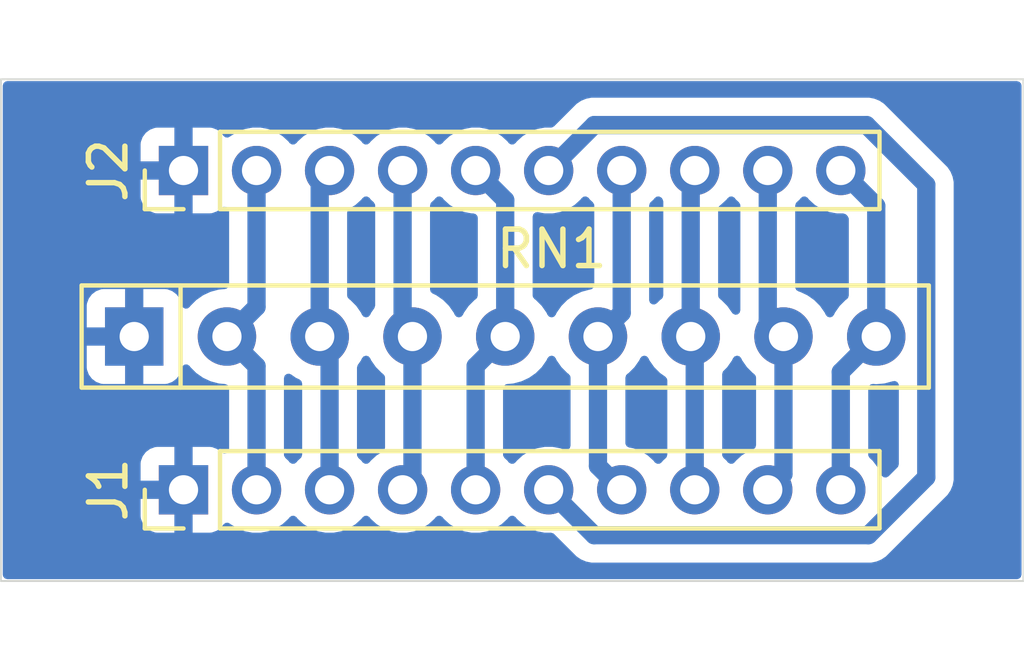
<source format=kicad_pcb>
(kicad_pcb (version 20240108) (generator "pcbnew") (generator_version "8.0")
  (layers (0 "F.Cu" signal) (31 "B.Cu" signal) (34 "B.Paste" user) (35 "F.Paste" user) (36 "B.SilkS" user "B.Silkscreen") (37 "F.SilkS" user "F.Silkscreen") (38 "B.Mask" user) (39 "F.Mask" user) (44 "Edge.Cuts" user))
  (net 0 "")
  (net 1 "+5V")
  (net 2 "/KP_Col3")
  (net 3 "/B1")
  (net 4 "/KP_Col2")
  (net 5 "/KP_Col4")
  (net 6 "/KP_Col1")
  (net 7 "/A2")
  (net 8 "/B2")
  (net 9 "/A1")
  (net 10 "/KP_Line1")
  (footprint "Resistor_THT:R_Array_SIP9" (layer "F.Cu") (at 124.4 82.8)
    (property "Reference" "RN1" (at 11.43 -2.4 0) (layer "F.SilkS"))
    (property "Value" "10k")
    (fp_line (start -1.44 -1.4) (end -1.44 1.4) (stroke (width 0.12)) (layer "F.SilkS"))
    (fp_line (start -1.44 1.4) (end 21.76 1.4) (stroke (width 0.12)) (layer "F.SilkS"))
    (fp_line (start 1.27 -1.4) (end 1.27 1.4) (stroke (width 0.12)) (layer "F.SilkS"))
    (fp_line (start 21.76 -1.4) (end -1.44 -1.4) (stroke (width 0.12)) (layer "F.SilkS"))
    (fp_line (start 21.76 1.4) (end 21.76 -1.4) (stroke (width 0.12)) (layer "F.SilkS"))
    (pad "1" thru_hole rect (at 0 0) (size 1.6 1.6) (drill 0.8) (layers "*.Cu" "*.Mask") (net 1 "+5V"))
    (pad "2" thru_hole oval (at 2.54 0) (size 1.6 1.6) (drill 0.8) (layers "*.Cu" "*.Mask") (net 6 "/KP_Col1"))
    (pad "3" thru_hole oval (at 5.08 0) (size 1.6 1.6) (drill 0.8) (layers "*.Cu" "*.Mask") (net 4 "/KP_Col2"))
    (pad "4" thru_hole oval (at 7.62 0) (size 1.6 1.6) (drill 0.8) (layers "*.Cu" "*.Mask") (net 2 "/KP_Col3"))
    (pad "5" thru_hole oval (at 10.16 0) (size 1.6 1.6) (drill 0.8) (layers "*.Cu" "*.Mask") (net 5 "/KP_Col4"))
    (pad "6" thru_hole oval (at 12.7 0) (size 1.6 1.6) (drill 0.8) (layers "*.Cu" "*.Mask") (net 3 "/B1"))
    (pad "7" thru_hole oval (at 15.24 0) (size 1.6 1.6) (drill 0.8) (layers "*.Cu" "*.Mask") (net 9 "/A1"))
    (pad "8" thru_hole oval (at 17.78 0) (size 1.6 1.6) (drill 0.8) (layers "*.Cu" "*.Mask") (net 7 "/A2"))
    (pad "9" thru_hole oval (at 20.32 0) (size 1.6 1.6) (drill 0.8) (layers "*.Cu" "*.Mask") (net 8 "/B2"))
  )
  (footprint "Connector_PinHeader_2.00mm:PinHeader_1x10_P2.00mm_Vertical" (layer "F.Cu") (at 125.75 87 90)
    (property "Reference" "J1" (at 0 -2.06 90) (layer "F.SilkS"))
    (property "Value" "Conn_01x10")
    (fp_line (start -1.06 -1.06) (end 0 -1.06) (stroke (width 0.12)) (layer "F.SilkS"))
    (fp_line (start -1.06 0) (end -1.06 -1.06) (stroke (width 0.12)) (layer "F.SilkS"))
    (fp_line (start 1.06 1) (end 1.06 19.06) (stroke (width 0.12)) (layer "F.SilkS"))
    (fp_line (start -1.06 1) (end 1.06 1) (stroke (width 0.12)) (layer "F.SilkS"))
    (fp_line (start -1.06 1) (end -1.06 19.06) (stroke (width 0.12)) (layer "F.SilkS"))
    (fp_line (start -1.06 19.06) (end 1.06 19.06) (stroke (width 0.12)) (layer "F.SilkS"))
    (pad "1" thru_hole rect (at 0 0 90) (size 1.35 1.35) (drill 0.8) (layers "*.Cu" "*.Mask") (net 1 "+5V"))
    (pad "2" thru_hole oval (at 0 2 90) (size 1.35 1.35) (drill 0.8) (layers "*.Cu" "*.Mask") (net 6 "/KP_Col1"))
    (pad "3" thru_hole oval (at 0 4 90) (size 1.35 1.35) (drill 0.8) (layers "*.Cu" "*.Mask") (net 4 "/KP_Col2"))
    (pad "4" thru_hole oval (at 0 6 90) (size 1.35 1.35) (drill 0.8) (layers "*.Cu" "*.Mask") (net 2 "/KP_Col3"))
    (pad "5" thru_hole oval (at 0 8 90) (size 1.35 1.35) (drill 0.8) (layers "*.Cu" "*.Mask") (net 5 "/KP_Col4"))
    (pad "6" thru_hole oval (at 0 10 90) (size 1.35 1.35) (drill 0.8) (layers "*.Cu" "*.Mask") (net 10 "/KP_Line1"))
    (pad "7" thru_hole oval (at 0 12 90) (size 1.35 1.35) (drill 0.8) (layers "*.Cu" "*.Mask") (net 3 "/B1"))
    (pad "8" thru_hole oval (at 0 14 90) (size 1.35 1.35) (drill 0.8) (layers "*.Cu" "*.Mask") (net 9 "/A1"))
    (pad "9" thru_hole oval (at 0 16 90) (size 1.35 1.35) (drill 0.8) (layers "*.Cu" "*.Mask") (net 7 "/A2"))
    (pad "10" thru_hole oval (at 0 18 90) (size 1.35 1.35) (drill 0.8) (layers "*.Cu" "*.Mask") (net 8 "/B2"))
  )
  (footprint "Connector_PinHeader_2.00mm:PinHeader_1x10_P2.00mm_Vertical" (layer "F.Cu") (at 125.75 78.25 90)
    (property "Reference" "J2" (at 0 -2.06 90) (layer "F.SilkS"))
    (property "Value" "Conn_01x10")
    (fp_line (start -1.06 -1.06) (end 0 -1.06) (stroke (width 0.12)) (layer "F.SilkS"))
    (fp_line (start -1.06 0) (end -1.06 -1.06) (stroke (width 0.12)) (layer "F.SilkS"))
    (fp_line (start 1.06 1) (end 1.06 19.06) (stroke (width 0.12)) (layer "F.SilkS"))
    (fp_line (start -1.06 1) (end 1.06 1) (stroke (width 0.12)) (layer "F.SilkS"))
    (fp_line (start -1.06 1) (end -1.06 19.06) (stroke (width 0.12)) (layer "F.SilkS"))
    (fp_line (start -1.06 19.06) (end 1.06 19.06) (stroke (width 0.12)) (layer "F.SilkS"))
    (pad "1" thru_hole rect (at 0 0 90) (size 1.35 1.35) (drill 0.8) (layers "*.Cu" "*.Mask") (net 1 "+5V"))
    (pad "2" thru_hole oval (at 0 2 90) (size 1.35 1.35) (drill 0.8) (layers "*.Cu" "*.Mask") (net 6 "/KP_Col1"))
    (pad "3" thru_hole oval (at 0 4 90) (size 1.35 1.35) (drill 0.8) (layers "*.Cu" "*.Mask") (net 4 "/KP_Col2"))
    (pad "4" thru_hole oval (at 0 6 90) (size 1.35 1.35) (drill 0.8) (layers "*.Cu" "*.Mask") (net 2 "/KP_Col3"))
    (pad "5" thru_hole oval (at 0 8 90) (size 1.35 1.35) (drill 0.8) (layers "*.Cu" "*.Mask") (net 5 "/KP_Col4"))
    (pad "6" thru_hole oval (at 0 10 90) (size 1.35 1.35) (drill 0.8) (layers "*.Cu" "*.Mask") (net 10 "/KP_Line1"))
    (pad "7" thru_hole oval (at 0 12 90) (size 1.35 1.35) (drill 0.8) (layers "*.Cu" "*.Mask") (net 3 "/B1"))
    (pad "8" thru_hole oval (at 0 14 90) (size 1.35 1.35) (drill 0.8) (layers "*.Cu" "*.Mask") (net 9 "/A1"))
    (pad "9" thru_hole oval (at 0 16 90) (size 1.35 1.35) (drill 0.8) (layers "*.Cu" "*.Mask") (net 7 "/A2"))
    (pad "10" thru_hole oval (at 0 18 90) (size 1.35 1.35) (drill 0.8) (layers "*.Cu" "*.Mask") (net 8 "/B2"))
  )
  (gr_rect (start 120.75 75.75) (end 148.75 89.5) (stroke (width 0.05)) (fill none) (layer "Edge.Cuts"))
  (segment (start 131.75 82.53) (end 132.02 82.8) (width 0.5) (layer "B.Cu") (net 2))
  (segment (start 131.75 78.25) (end 131.75 82.53) (width 0.5) (layer "B.Cu") (net 2))
  (segment (start 132.02 82.8) (end 132.02 86.73) (width 0.5) (layer "B.Cu") (net 2))
  (segment (start 132.02 86.73) (end 131.75 87) (width 0.5) (layer "B.Cu") (net 2))
  (segment (start 137.1 86.35) (end 137.75 87) (width 0.5) (layer "B.Cu") (net 3))
  (segment (start 137.1 82.8) (end 137.1 86.35) (width 0.5) (layer "B.Cu") (net 3))
  (segment (start 137.75 78.25) (end 137.75 82.15) (width 0.5) (layer "B.Cu") (net 3))
  (segment (start 137.75 82.15) (end 137.1 82.8) (width 0.5) (layer "B.Cu") (net 3))
  (segment (start 129.75 83.07) (end 129.48 82.8) (width 0.5) (layer "B.Cu") (net 4))
  (segment (start 129.48 78.52) (end 129.75 78.25) (width 0.5) (layer "B.Cu") (net 4))
  (segment (start 129.75 87) (end 129.75 83.07) (width 0.5) (layer "B.Cu") (net 4))
  (segment (start 129.48 82.8) (end 129.48 78.52) (width 0.5) (layer "B.Cu") (net 4))
  (segment (start 134.56 82.8) (end 134.56 79.06) (width 0.5) (layer "B.Cu") (net 5))
  (segment (start 133.75 83.61) (end 134.56 82.8) (width 0.5) (layer "B.Cu") (net 5))
  (segment (start 134.56 79.06) (end 133.75 78.25) (width 0.5) (layer "B.Cu") (net 5))
  (segment (start 133.75 87) (end 133.75 83.61) (width 0.5) (layer "B.Cu") (net 5))
  (segment (start 127.75 81.99) (end 126.94 82.8) (width 0.5) (layer "B.Cu") (net 6))
  (segment (start 127.75 78.25) (end 127.75 81.99) (width 0.5) (layer "B.Cu") (net 6))
  (segment (start 126.94 82.8) (end 127.75 83.61) (width 0.5) (layer "B.Cu") (net 6))
  (segment (start 127.75 83.61) (end 127.75 87) (width 0.5) (layer "B.Cu") (net 6))
  (segment (start 142.18 86.57) (end 141.75 87) (width 0.5) (layer "B.Cu") (net 7))
  (segment (start 141.75 82.37) (end 142.18 82.8) (width 0.5) (layer "B.Cu") (net 7))
  (segment (start 141.75 78.25) (end 141.75 82.37) (width 0.5) (layer "B.Cu") (net 7))
  (segment (start 142.18 82.8) (end 142.18 86.57) (width 0.5) (layer "B.Cu") (net 7))
  (segment (start 144.72 82.8) (end 144.72 79.22) (width 0.5) (layer "B.Cu") (net 8))
  (segment (start 144.72 79.22) (end 143.75 78.25) (width 0.5) (layer "B.Cu") (net 8))
  (segment (start 143.75 87) (end 143.75 83.77) (width 0.5) (layer "B.Cu") (net 8))
  (segment (start 143.75 83.77) (end 144.72 82.8) (width 0.5) (layer "B.Cu") (net 8))
  (segment (start 139.64 78.36) (end 139.75 78.25) (width 0.5) (layer "B.Cu") (net 9))
  (segment (start 139.64 82.8) (end 139.64 78.36) (width 0.5) (layer "B.Cu") (net 9))
  (segment (start 139.75 87) (end 139.75 82.91) (width 0.5) (layer "B.Cu") (net 9))
  (segment (start 139.75 82.91) (end 139.64 82.8) (width 0.5) (layer "B.Cu") (net 9))
  (segment (start 136.995 88.245) (end 135.75 87) (width 0.5) (layer "B.Cu") (net 10))
  (segment (start 144.455 77.005) (end 146.09 78.64) (width 0.5) (layer "B.Cu") (net 10))
  (segment (start 136.995 77.005) (end 144.455 77.005) (width 0.5) (layer "B.Cu") (net 10))
  (segment (start 135.75 78.25) (end 136.995 77.005) (width 0.5) (layer "B.Cu") (net 10))
  (segment (start 146.09 78.64) (end 146.09 86.66) (width 0.5) (layer "B.Cu") (net 10))
  (segment (start 146.09 86.66) (end 144.505 88.245) (width 0.5) (layer "B.Cu") (net 10))
  (segment (start 144.505 88.245) (end 136.995 88.245) (width 0.5) (layer "B.Cu") (net 10))
  (zone (net 1) (net_name "+5V") (layer "B.Cu") (connect_pads (clearance 0.5)) (min_thickness 0.25) (fill yes (thermal_gap 0.5) (thermal_bridge_width 0.5) (island_removal_mode 1) (island_area_min 10))
    (polygon (pts (xy 120.75 75.75) (xy 148.75 75.75) (xy 148.75 89.5) (xy 120.75 89.5)))
  )
)
</source>
